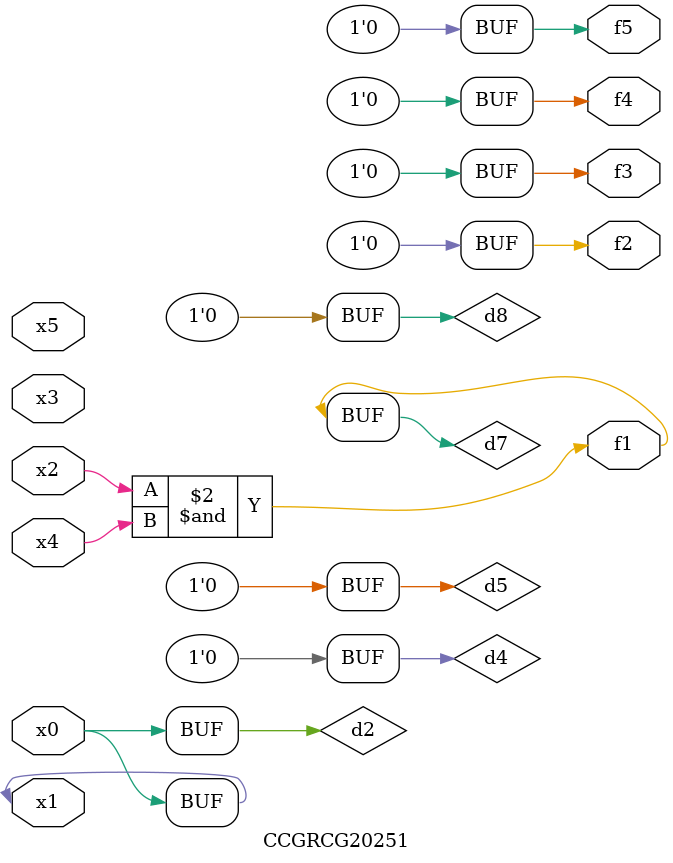
<source format=v>
module CCGRCG20251(
	input x0, x1, x2, x3, x4, x5,
	output f1, f2, f3, f4, f5
);

	wire d1, d2, d3, d4, d5, d6, d7, d8, d9;

	nand (d1, x1);
	buf (d2, x0, x1);
	nand (d3, x2, x4);
	and (d4, d1, d2);
	and (d5, d1, d2);
	nand (d6, d1, d3);
	not (d7, d3);
	xor (d8, d5);
	nor (d9, d5, d6);
	assign f1 = d7;
	assign f2 = d8;
	assign f3 = d8;
	assign f4 = d8;
	assign f5 = d8;
endmodule

</source>
